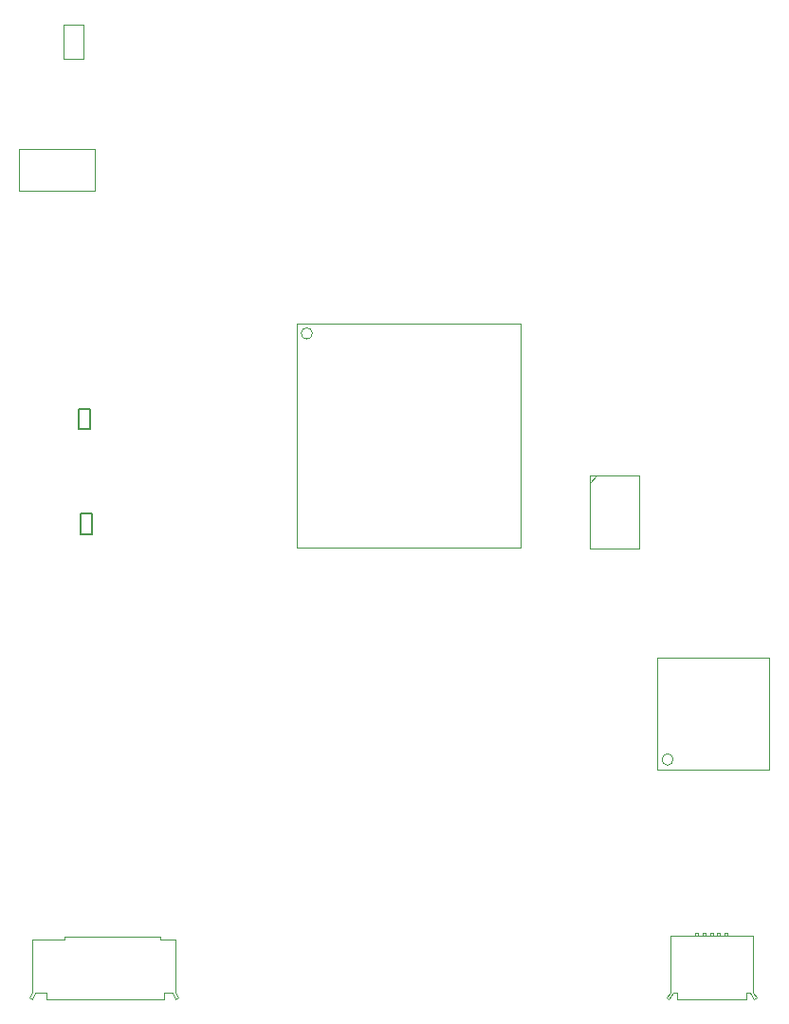
<source format=gbr>
%TF.GenerationSoftware,Altium Limited,Altium Designer,18.1.7 (191)*%
G04 Layer_Color=16711935*
%FSLAX26Y26*%
%MOIN*%
%TF.FileFunction,Other,Mechanical_13*%
%TF.Part,Single*%
G01*
G75*
%TA.AperFunction,NonConductor*%
%ADD108C,0.003937*%
%ADD179C,0.005000*%
D108*
X1309173Y2374055D02*
G03*
X1309173Y2374055I-19685J0D01*
G01*
X2577402Y877795D02*
G03*
X2577402Y877795I-19685J0D01*
G01*
X2282953Y1874173D02*
X2456181D01*
Y1618268D02*
Y1874173D01*
X2282953Y1618268D02*
X2456181D01*
X2282953D02*
Y1874173D01*
Y1848583D02*
X2308543Y1874173D01*
X1254056Y1622086D02*
X2041456D01*
X1254056Y2409488D02*
X2041456D01*
Y1622086D02*
Y2409488D01*
X1254056Y1622086D02*
Y2409488D01*
X2758386Y257164D02*
Y268976D01*
X2768228D01*
Y257164D02*
Y268976D01*
X2732794Y257164D02*
Y268976D01*
X2742638D01*
Y257164D02*
Y268976D01*
X2656024Y257164D02*
Y268976D01*
X2665866D01*
Y257164D02*
Y268976D01*
X2681614Y257164D02*
Y268976D01*
X2691456D01*
Y257164D02*
Y268976D01*
X2717046Y257164D02*
Y268976D01*
X2707204D02*
X2717046D01*
X2707204Y257164D02*
Y268976D01*
X2576298Y60314D02*
X2590078D01*
Y36692D02*
Y60314D01*
X2834172D02*
X2847952D01*
X2834172Y36692D02*
Y60314D01*
X2590078Y36692D02*
X2834172D01*
X2554646Y41614D02*
X2561536Y36692D01*
X2576298Y60314D01*
X2554646Y41614D02*
X2566456Y60314D01*
Y257164D01*
X2857794D01*
Y60314D02*
Y257164D01*
Y60314D02*
X2869606Y41614D01*
X2847952Y60314D02*
X2862716Y36692D01*
X2869606Y41614D01*
X434764Y3338976D02*
Y3457874D01*
X503662Y3338976D02*
Y3457874D01*
X434764D02*
X503662D01*
X434764Y3338976D02*
X503662D01*
X773660Y247028D02*
Y256870D01*
X437046Y247028D02*
Y256870D01*
X773660Y247028D02*
X828976D01*
X437046Y256870D02*
X773660D01*
X323070Y247028D02*
X437046D01*
X828976Y60020D02*
Y247028D01*
Y60020D02*
X838818Y42696D01*
X817164Y60020D02*
X828976Y36398D01*
X838818Y42696D01*
X788030Y60020D02*
X817164D01*
X788030Y36398D02*
Y60020D01*
X313228Y42696D02*
X323070Y36398D01*
X334882Y60020D01*
X313228Y42696D02*
X323070Y60020D01*
Y247028D01*
X334882Y60020D02*
X375826D01*
Y36398D02*
Y60020D01*
Y36398D02*
X788030D01*
X2915984Y842362D02*
Y1236064D01*
X2522284Y842362D02*
Y1236064D01*
X2915984D01*
X2522284Y842362D02*
X2915984D01*
X279184Y2876300D02*
Y3021968D01*
X542964Y2876300D02*
Y3021968D01*
X279184Y2876300D02*
X542964D01*
X279184Y3021968D02*
X542964D01*
D179*
X489173Y2108583D02*
X529331D01*
X489173Y2037717D02*
X529331D01*
X489173D02*
Y2108583D01*
X529331Y2037717D02*
Y2108583D01*
X494882Y1740984D02*
X535039D01*
X494882Y1670118D02*
X535039D01*
X494882D02*
Y1740984D01*
X535039Y1670118D02*
Y1740984D01*
%TF.MD5,ea866dd72aa0f0dd4c351a599e45f5ee*%
M02*

</source>
